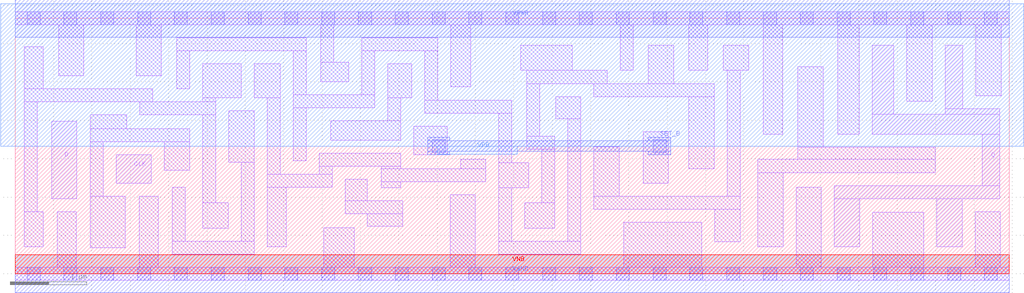
<source format=lef>
# Copyright 2020 The SkyWater PDK Authors
#
# Licensed under the Apache License, Version 2.0 (the "License");
# you may not use this file except in compliance with the License.
# You may obtain a copy of the License at
#
#     https://www.apache.org/licenses/LICENSE-2.0
#
# Unless required by applicable law or agreed to in writing, software
# distributed under the License is distributed on an "AS IS" BASIS,
# WITHOUT WARRANTIES OR CONDITIONS OF ANY KIND, either express or implied.
# See the License for the specific language governing permissions and
# limitations under the License.
#
# SPDX-License-Identifier: Apache-2.0

VERSION 5.7 ;
  NOWIREEXTENSIONATPIN ON ;
  DIVIDERCHAR "/" ;
  BUSBITCHARS "[]" ;
MACRO sky130_fd_sc_ms__dfstp_4
  CLASS CORE ;
  FOREIGN sky130_fd_sc_ms__dfstp_4 ;
  ORIGIN  0.000000  0.000000 ;
  SIZE  12.96000 BY  3.330000 ;
  SYMMETRY X Y ;
  SITE unit ;
  PIN D
    ANTENNAGATEAREA  0.138600 ;
    DIRECTION INPUT ;
    USE SIGNAL ;
    PORT
      LAYER li1 ;
        RECT 0.475000 0.980000 0.805000 1.990000 ;
    END
  END D
  PIN Q
    ANTENNADIFFAREA  1.052500 ;
    DIRECTION OUTPUT ;
    USE SIGNAL ;
    PORT
      LAYER li1 ;
        RECT 10.680000 0.350000 11.010000 0.980000 ;
        RECT 10.680000 0.980000 12.835000 1.150000 ;
        RECT 11.175000 1.820000 12.835000 2.080000 ;
        RECT 11.175000 2.080000 11.455000 2.980000 ;
        RECT 12.015000 0.350000 12.345000 0.980000 ;
        RECT 12.125000 2.080000 12.835000 2.150000 ;
        RECT 12.125000 2.150000 12.355000 2.980000 ;
        RECT 12.605000 1.150000 12.835000 1.820000 ;
    END
  END Q
  PIN SET_B
    ANTENNAGATEAREA  0.277200 ;
    DIRECTION INPUT ;
    USE SIGNAL ;
    PORT
      LAYER met1 ;
        RECT 5.375000 1.550000 5.665000 1.595000 ;
        RECT 5.375000 1.595000 8.545000 1.735000 ;
        RECT 5.375000 1.735000 5.665000 1.780000 ;
        RECT 8.255000 1.550000 8.545000 1.595000 ;
        RECT 8.255000 1.735000 8.545000 1.780000 ;
    END
  END SET_B
  PIN CLK
    ANTENNAGATEAREA  0.312600 ;
    DIRECTION INPUT ;
    USE CLOCK ;
    PORT
      LAYER li1 ;
        RECT 1.315000 1.180000 1.775000 1.550000 ;
    END
  END CLK
  PIN VGND
    DIRECTION INOUT ;
    USE GROUND ;
    PORT
      LAYER met1 ;
        RECT 0.000000 -0.245000 12.960000 0.245000 ;
    END
  END VGND
  PIN VNB
    DIRECTION INOUT ;
    USE GROUND ;
    PORT
      LAYER pwell ;
        RECT 0.000000 0.000000 12.960000 0.245000 ;
    END
  END VNB
  PIN VPB
    DIRECTION INOUT ;
    USE POWER ;
    PORT
      LAYER nwell ;
        RECT -0.190000 1.660000 13.150000 3.520000 ;
        RECT  5.505000 1.555000  6.545000 1.660000 ;
    END
  END VPB
  PIN VPWR
    DIRECTION INOUT ;
    USE POWER ;
    PORT
      LAYER met1 ;
        RECT 0.000000 3.085000 12.960000 3.575000 ;
    END
  END VPWR
  OBS
    LAYER li1 ;
      RECT  0.000000 -0.085000 12.960000 0.085000 ;
      RECT  0.000000  3.245000 12.960000 3.415000 ;
      RECT  0.115000  0.350000  0.365000 0.810000 ;
      RECT  0.115000  0.810000  0.285000 2.240000 ;
      RECT  0.115000  2.240000  1.795000 2.410000 ;
      RECT  0.115000  2.410000  0.365000 2.960000 ;
      RECT  0.545000  0.085000  0.795000 0.810000 ;
      RECT  0.565000  2.580000  0.895000 3.245000 ;
      RECT  0.975000  0.340000  1.435000 1.010000 ;
      RECT  0.975000  1.010000  1.145000 1.720000 ;
      RECT  0.975000  1.720000  2.275000 1.890000 ;
      RECT  0.975000  1.890000  1.455000 2.070000 ;
      RECT  1.575000  2.580000  1.905000 3.245000 ;
      RECT  1.615000  0.085000  1.865000 1.010000 ;
      RECT  1.625000  2.070000  2.615000 2.240000 ;
      RECT  1.945000  1.350000  2.275000 1.720000 ;
      RECT  2.045000  0.255000  3.115000 0.425000 ;
      RECT  2.045000  0.425000  2.215000 1.130000 ;
      RECT  2.105000  2.410000  2.275000 2.905000 ;
      RECT  2.105000  2.905000  3.795000 3.075000 ;
      RECT  2.445000  0.595000  2.775000 0.925000 ;
      RECT  2.445000  0.925000  2.615000 2.070000 ;
      RECT  2.445000  2.240000  2.615000 2.295000 ;
      RECT  2.445000  2.295000  2.945000 2.735000 ;
      RECT  2.785000  1.455000  3.115000 2.125000 ;
      RECT  2.945000  0.425000  3.115000 1.455000 ;
      RECT  3.115000  2.295000  3.455000 2.735000 ;
      RECT  3.285000  0.350000  3.535000 1.130000 ;
      RECT  3.285000  1.130000  4.135000 1.300000 ;
      RECT  3.285000  1.300000  3.455000 2.295000 ;
      RECT  3.625000  1.470000  3.795000 2.165000 ;
      RECT  3.625000  2.165000  4.685000 2.335000 ;
      RECT  3.625000  2.335000  3.795000 2.905000 ;
      RECT  3.965000  1.300000  4.135000 1.400000 ;
      RECT  3.965000  1.400000  5.025000 1.570000 ;
      RECT  3.985000  2.505000  4.345000 2.755000 ;
      RECT  3.985000  2.755000  4.155000 3.245000 ;
      RECT  4.025000  0.085000  4.420000 0.600000 ;
      RECT  4.115000  1.740000  5.025000 1.995000 ;
      RECT  4.305000  0.780000  5.050000 0.950000 ;
      RECT  4.305000  0.950000  4.590000 1.230000 ;
      RECT  4.515000  2.335000  4.685000 2.905000 ;
      RECT  4.515000  2.905000  5.510000 3.075000 ;
      RECT  4.590000  0.620000  5.050000 0.780000 ;
      RECT  4.770000  1.120000  5.025000 1.200000 ;
      RECT  4.770000  1.200000  6.135000 1.370000 ;
      RECT  4.770000  1.370000  5.025000 1.400000 ;
      RECT  4.855000  1.995000  5.025000 2.295000 ;
      RECT  4.855000  2.295000  5.170000 2.735000 ;
      RECT  5.195000  1.550000  5.635000 1.925000 ;
      RECT  5.340000  2.095000  6.475000 2.265000 ;
      RECT  5.340000  2.265000  5.510000 2.905000 ;
      RECT  5.670000  0.085000  6.000000 1.030000 ;
      RECT  5.680000  2.435000  5.940000 3.245000 ;
      RECT  5.805000  1.370000  6.135000 1.490000 ;
      RECT  6.305000  0.255000  7.375000 0.425000 ;
      RECT  6.305000  0.425000  6.475000 1.120000 ;
      RECT  6.305000  1.120000  6.695000 1.450000 ;
      RECT  6.305000  1.450000  6.475000 2.095000 ;
      RECT  6.590000  2.650000  7.265000 2.980000 ;
      RECT  6.645000  0.595000  7.035000 0.925000 ;
      RECT  6.670000  1.620000  7.035000 1.790000 ;
      RECT  6.670000  1.790000  6.840000 2.480000 ;
      RECT  6.670000  2.480000  7.715000 2.650000 ;
      RECT  6.865000  0.925000  7.035000 1.620000 ;
      RECT  7.045000  2.020000  7.375000 2.310000 ;
      RECT  7.205000  0.425000  7.375000 2.020000 ;
      RECT  7.545000  0.840000  9.450000 1.010000 ;
      RECT  7.545000  1.010000  7.875000 1.655000 ;
      RECT  7.545000  2.310000  9.110000 2.480000 ;
      RECT  7.885000  2.650000  8.055000 3.245000 ;
      RECT  7.935000  0.085000  8.950000 0.670000 ;
      RECT  8.185000  1.180000  8.515000 1.850000 ;
      RECT  8.255000  2.480000  8.585000 2.980000 ;
      RECT  8.780000  1.370000  9.110000 2.310000 ;
      RECT  8.780000  2.650000  9.030000 3.245000 ;
      RECT  9.120000  0.420000  9.450000 0.840000 ;
      RECT  9.230000  2.650000  9.560000 2.980000 ;
      RECT  9.280000  1.010000  9.450000 2.650000 ;
      RECT  9.680000  0.350000 10.010000 1.320000 ;
      RECT  9.680000  1.320000 11.995000 1.490000 ;
      RECT  9.755000  1.820000 10.005000 3.245000 ;
      RECT 10.180000  0.085000 10.510000 1.130000 ;
      RECT 10.205000  1.490000 11.995000 1.650000 ;
      RECT 10.205000  1.650000 10.535000 2.700000 ;
      RECT 10.725000  1.820000 11.005000 3.245000 ;
      RECT 11.180000  0.085000 11.845000 0.800000 ;
      RECT 11.625000  2.250000 11.955000 3.245000 ;
      RECT 12.515000  0.085000 12.845000 0.810000 ;
      RECT 12.525000  2.320000 12.855000 3.245000 ;
    LAYER mcon ;
      RECT  0.155000 -0.085000  0.325000 0.085000 ;
      RECT  0.155000  3.245000  0.325000 3.415000 ;
      RECT  0.635000 -0.085000  0.805000 0.085000 ;
      RECT  0.635000  3.245000  0.805000 3.415000 ;
      RECT  1.115000 -0.085000  1.285000 0.085000 ;
      RECT  1.115000  3.245000  1.285000 3.415000 ;
      RECT  1.595000 -0.085000  1.765000 0.085000 ;
      RECT  1.595000  3.245000  1.765000 3.415000 ;
      RECT  2.075000 -0.085000  2.245000 0.085000 ;
      RECT  2.075000  3.245000  2.245000 3.415000 ;
      RECT  2.555000 -0.085000  2.725000 0.085000 ;
      RECT  2.555000  3.245000  2.725000 3.415000 ;
      RECT  3.035000 -0.085000  3.205000 0.085000 ;
      RECT  3.035000  3.245000  3.205000 3.415000 ;
      RECT  3.515000 -0.085000  3.685000 0.085000 ;
      RECT  3.515000  3.245000  3.685000 3.415000 ;
      RECT  3.995000 -0.085000  4.165000 0.085000 ;
      RECT  3.995000  3.245000  4.165000 3.415000 ;
      RECT  4.475000 -0.085000  4.645000 0.085000 ;
      RECT  4.475000  3.245000  4.645000 3.415000 ;
      RECT  4.955000 -0.085000  5.125000 0.085000 ;
      RECT  4.955000  3.245000  5.125000 3.415000 ;
      RECT  5.435000 -0.085000  5.605000 0.085000 ;
      RECT  5.435000  1.580000  5.605000 1.750000 ;
      RECT  5.435000  3.245000  5.605000 3.415000 ;
      RECT  5.915000 -0.085000  6.085000 0.085000 ;
      RECT  5.915000  3.245000  6.085000 3.415000 ;
      RECT  6.395000 -0.085000  6.565000 0.085000 ;
      RECT  6.395000  3.245000  6.565000 3.415000 ;
      RECT  6.875000 -0.085000  7.045000 0.085000 ;
      RECT  6.875000  3.245000  7.045000 3.415000 ;
      RECT  7.355000 -0.085000  7.525000 0.085000 ;
      RECT  7.355000  3.245000  7.525000 3.415000 ;
      RECT  7.835000 -0.085000  8.005000 0.085000 ;
      RECT  7.835000  3.245000  8.005000 3.415000 ;
      RECT  8.315000 -0.085000  8.485000 0.085000 ;
      RECT  8.315000  1.580000  8.485000 1.750000 ;
      RECT  8.315000  3.245000  8.485000 3.415000 ;
      RECT  8.795000 -0.085000  8.965000 0.085000 ;
      RECT  8.795000  3.245000  8.965000 3.415000 ;
      RECT  9.275000 -0.085000  9.445000 0.085000 ;
      RECT  9.275000  3.245000  9.445000 3.415000 ;
      RECT  9.755000 -0.085000  9.925000 0.085000 ;
      RECT  9.755000  3.245000  9.925000 3.415000 ;
      RECT 10.235000 -0.085000 10.405000 0.085000 ;
      RECT 10.235000  3.245000 10.405000 3.415000 ;
      RECT 10.715000 -0.085000 10.885000 0.085000 ;
      RECT 10.715000  3.245000 10.885000 3.415000 ;
      RECT 11.195000 -0.085000 11.365000 0.085000 ;
      RECT 11.195000  3.245000 11.365000 3.415000 ;
      RECT 11.675000 -0.085000 11.845000 0.085000 ;
      RECT 11.675000  3.245000 11.845000 3.415000 ;
      RECT 12.155000 -0.085000 12.325000 0.085000 ;
      RECT 12.155000  3.245000 12.325000 3.415000 ;
      RECT 12.635000 -0.085000 12.805000 0.085000 ;
      RECT 12.635000  3.245000 12.805000 3.415000 ;
  END
END sky130_fd_sc_ms__dfstp_4
END LIBRARY

</source>
